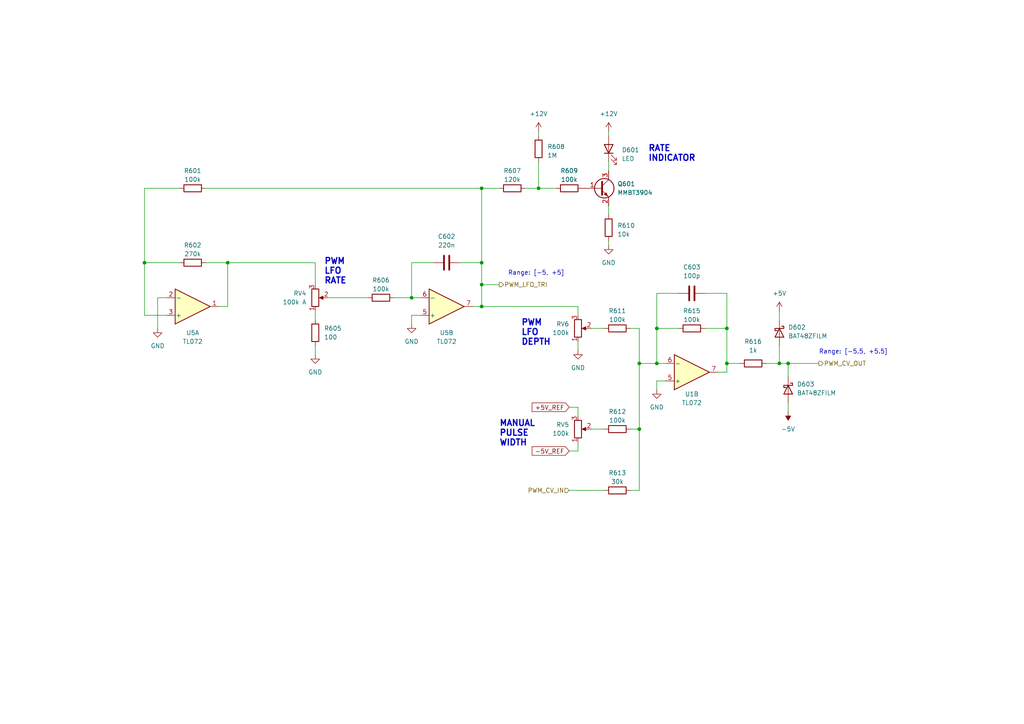
<source format=kicad_sch>
(kicad_sch (version 20230121) (generator eeschema)
  (paper "A4")
  (title_block (title "MICRO-OX Main VCO board") (date "2023-04-12") (rev "0") (comment 2 "creativecommons.org/licenses/by/4.0") (comment 3 "license: CC by 4.0") (comment 4 "Author: Jordan Aceto"))
  (lib_symbols
    (symbol "Amplifier_Operational:TL072" (pin_names (offset 0.127))
      (property "Reference" "U" (at 0 5.08 0))
      (property "Value" "TL072" (at 0 -5.08 0))
      (symbol "TL072_1_1"
        (polyline (pts (xy -5.08 5.08) (xy 5.08 0) (xy -5.08 -5.08) (xy -5.08 5.08)) (stroke (width 0.254)) (fill (type background)))
        (pin output line (at 7.62 0 180) (length 2.54) (name "~") (number "1"))
        (pin input line (at -7.62 -2.54 0) (length 2.54) (name "-") (number "2"))
        (pin input line (at -7.62 2.54 0) (length 2.54) (name "+") (number "3"))
      )
      (symbol "TL072_2_1"
        (polyline (pts (xy -5.08 5.08) (xy 5.08 0) (xy -5.08 -5.08) (xy -5.08 5.08)) (stroke (width 0.254)) (fill (type background)))
        (pin input line (at -7.62 2.54 0) (length 2.54) (name "+") (number "5"))
        (pin input line (at -7.62 -2.54 0) (length 2.54) (name "-") (number "6"))
        (pin output line (at 7.62 0 180) (length 2.54) (name "~") (number "7"))
      )
      (symbol "TL072_3_1"
        (pin power_in line (at -2.54 -7.62 90) (length 3.81) (name "V-") (number "4"))
        (pin power_in line (at -2.54 7.62 270) (length 3.81) (name "V+") (number "8"))
      )
    )
    (symbol "Device:C" (pin_numbers hide) (pin_names (offset 0.254))
      (property "Reference" "C" (at 0.635 2.54 0))
      (property "Value" "C" (at 0.635 -2.54 0))
      (symbol "C_0_1"
        (polyline (pts (xy -2.032 -0.762) (xy 2.032 -0.762)) (stroke (width 0.508)))
        (polyline (pts (xy -2.032 0.762) (xy 2.032 0.762)) (stroke (width 0.508)))
      )
      (symbol "C_1_1"
        (pin passive line (at 0 3.81 270) (length 2.794) (name "~") (number "1"))
        (pin passive line (at 0 -3.81 90) (length 2.794) (name "~") (number "2"))
      )
    )
    (symbol "Device:D_Schottky" (pin_numbers hide) (pin_names (offset 1.016) hide)
      (property "Reference" "D" (at 0 2.54 0))
      (property "Value" "D_Schottky" (at 0 -2.54 0))
      (symbol "D_Schottky_0_1"
        (polyline (pts (xy 1.27 0) (xy -1.27 0)))
        (polyline (pts (xy 1.27 1.27) (xy 1.27 -1.27) (xy -1.27 0) (xy 1.27 1.27)) (stroke (width 0.254)))
        (polyline (pts (xy -1.905 0.635) (xy -1.905 1.27) (xy -1.27 1.27) (xy -1.27 -1.27) (xy -0.635 -1.27) (xy -0.635 -0.635)) (stroke (width 0.254)))
      )
      (symbol "D_Schottky_1_1"
        (pin passive line (at -3.81 0 0) (length 2.54) (name "K") (number "1"))
        (pin passive line (at 3.81 0 180) (length 2.54) (name "A") (number "2"))
      )
    )
    (symbol "Device:LED" (pin_numbers hide) (pin_names (offset 1.016) hide)
      (property "Reference" "D" (at 0 2.54 0))
      (property "Value" "LED" (at 0 -2.54 0))
      (symbol "LED_0_1"
        (polyline (pts (xy -1.27 -1.27) (xy -1.27 1.27)) (stroke (width 0.254)))
        (polyline (pts (xy -1.27 0) (xy 1.27 0)))
        (polyline (pts (xy 1.27 -1.27) (xy 1.27 1.27) (xy -1.27 0) (xy 1.27 -1.27)) (stroke (width 0.254)))
        (polyline (pts (xy -3.048 -0.762) (xy -4.572 -2.286) (xy -3.81 -2.286) (xy -4.572 -2.286) (xy -4.572 -1.524)))
        (polyline (pts (xy -1.778 -0.762) (xy -3.302 -2.286) (xy -2.54 -2.286) (xy -3.302 -2.286) (xy -3.302 -1.524)))
      )
      (symbol "LED_1_1"
        (pin passive line (at -3.81 0 0) (length 2.54) (name "K") (number "1"))
        (pin passive line (at 3.81 0 180) (length 2.54) (name "A") (number "2"))
      )
    )
    (symbol "Device:R" (pin_numbers hide) (pin_names (offset 0))
      (property "Reference" "R" (at 2.032 0 90))
      (property "Value" "R" (at 0 0 90))
      (symbol "R_0_1"
        (rectangle (start -1.016 -2.54) (end 1.016 2.54) (stroke (width 0.254)))
      )
      (symbol "R_1_1"
        (pin passive line (at 0 3.81 270) (length 1.27) (name "~") (number "1"))
        (pin passive line (at 0 -3.81 90) (length 1.27) (name "~") (number "2"))
      )
    )
    (symbol "Device:R_Potentiometer" (pin_names (offset 1.016) hide)
      (property "Reference" "RV" (at -4.445 0 90))
      (property "Value" "R_Potentiometer" (at -2.54 0 90))
      (symbol "R_Potentiometer_0_1"
        (polyline (pts (xy 2.54 0) (xy 1.524 0)))
        (polyline (pts (xy 1.143 0) (xy 2.286 0.508) (xy 2.286 -0.508) (xy 1.143 0)) (fill (type outline)))
        (rectangle (start 1.016 2.54) (end -1.016 -2.54) (stroke (width 0.254)))
      )
      (symbol "R_Potentiometer_1_1"
        (pin passive line (at 0 3.81 270) (length 1.27) (name "1") (number "1"))
        (pin passive line (at 3.81 0 180) (length 1.27) (name "2") (number "2"))
        (pin passive line (at 0 -3.81 90) (length 1.27) (name "3") (number "3"))
      )
    )
    (symbol "Transistor_BJT:MMBT3904" (pin_names (offset 0) hide)
      (property "Reference" "Q" (at 5.08 1.905 0))
      (property "Value" "MMBT3904" (at 5.08 0 0))
      (symbol "MMBT3904_0_1"
        (polyline (pts (xy 0.635 0.635) (xy 2.54 2.54)))
        (polyline (pts (xy 0.635 -0.635) (xy 2.54 -2.54) (xy 2.54 -2.54)))
        (polyline (pts (xy 0.635 1.905) (xy 0.635 -1.905) (xy 0.635 -1.905)) (stroke (width 0.508)))
        (polyline (pts (xy 1.27 -1.778) (xy 1.778 -1.27) (xy 2.286 -2.286) (xy 1.27 -1.778) (xy 1.27 -1.778)) (fill (type outline)))
        (circle (center 1.27 0) (radius 2.8194) (stroke (width 0.254)))
      )
      (symbol "MMBT3904_1_1"
        (pin input line (at -5.08 0 0) (length 5.715) (name "B") (number "1"))
        (pin passive line (at 2.54 -5.08 90) (length 2.54) (name "E") (number "2"))
        (pin passive line (at 2.54 5.08 270) (length 2.54) (name "C") (number "3"))
      )
    )
    (symbol "power:+12V" (power) (pin_names (offset 0))
      (property "Value" "+12V" (at 0 3.556 0))
      (symbol "+12V_0_1"
        (polyline (pts (xy -0.762 1.27) (xy 0 2.54)))
        (polyline (pts (xy 0 0) (xy 0 2.54)))
        (polyline (pts (xy 0 2.54) (xy 0.762 1.27)))
      )
      (symbol "+12V_1_1"
        (pin power_in line (at 0 0 90) (length 0) hide (name "+12V") (number "1"))
      )
    )
    (symbol "power:+5V" (power) (pin_names (offset 0))
      (property "Value" "+5V" (at 0 3.556 0))
      (symbol "+5V_0_1"
        (polyline (pts (xy -0.762 1.27) (xy 0 2.54)))
        (polyline (pts (xy 0 0) (xy 0 2.54)))
        (polyline (pts (xy 0 2.54) (xy 0.762 1.27)))
      )
      (symbol "+5V_1_1"
        (pin power_in line (at 0 0 90) (length 0) hide (name "+5V") (number "1"))
      )
    )
    (symbol "power:-5V" (power) (pin_names (offset 0))
      (property "Value" "-5V" (at 0 3.81 0))
      (symbol "-5V_0_0"
        (pin power_in line (at 0 0 90) (length 0) hide (name "-5V") (number "1"))
      )
      (symbol "-5V_0_1"
        (polyline (pts (xy 0 0) (xy 0 1.27) (xy 0.762 1.27) (xy 0 2.54) (xy -0.762 1.27) (xy 0 1.27)) (fill (type outline)))
      )
    )
    (symbol "power:GND" (power) (pin_names (offset 0))
      (property "Value" "GND" (at 0 -3.81 0))
      (symbol "GND_0_1"
        (polyline (pts (xy 0 0) (xy 0 -1.27) (xy 1.27 -1.27) (xy 0 -2.54) (xy -1.27 -1.27) (xy 0 -1.27)))
      )
      (symbol "GND_1_1"
        (pin power_in line (at 0 0 270) (length 0) hide (name "GND") (number "1"))
      )
    )
  )
  (junction (at 139.7 54.61))
  (junction (at 228.6 105.41))
  (junction (at 139.7 76.2))
  (junction (at 156.21 54.61))
  (junction (at 190.5 95.25))
  (junction (at 226.06 105.41))
  (junction (at 210.82 95.25))
  (junction (at 210.82 105.41))
  (junction (at 41.91 76.2))
  (junction (at 119.38 86.36))
  (junction (at 190.5 105.41))
  (junction (at 185.42 105.41))
  (junction (at 139.7 82.55))
  (junction (at 139.7 88.9))
  (junction (at 66.04 76.2))
  (junction (at 185.42 124.46))
  (wire (pts (xy 196.85 85.09) (xy 190.5 85.09)))
  (wire (pts (xy 139.7 88.9) (xy 167.64 88.9)))
  (wire (pts (xy 139.7 54.61) (xy 144.78 54.61)))
  (wire (pts (xy 167.64 130.81) (xy 167.64 128.27)))
  (wire (pts (xy 119.38 86.36) (xy 119.38 76.2)))
  (wire (pts (xy 210.82 105.41) (xy 210.82 107.95)))
  (wire (pts (xy 210.82 105.41) (xy 214.63 105.41)))
  (wire (pts (xy 45.72 86.36) (xy 45.72 95.25)))
  (wire (pts (xy 63.5 88.9) (xy 66.04 88.9)))
  (wire (pts (xy 165.1 142.24) (xy 175.26 142.24)))
  (wire (pts (xy 152.4 54.61) (xy 156.21 54.61)))
  (wire (pts (xy 66.04 76.2) (xy 59.69 76.2)))
  (wire (pts (xy 156.21 38.1) (xy 156.21 39.37)))
  (wire (pts (xy 182.88 142.24) (xy 185.42 142.24)))
  (wire (pts (xy 95.25 86.36) (xy 106.68 86.36)))
  (wire (pts (xy 119.38 93.98) (xy 119.38 91.44)))
  (wire (pts (xy 167.64 101.6) (xy 167.64 99.06)))
  (wire (pts (xy 167.64 118.11) (xy 167.64 120.65)))
  (wire (pts (xy 139.7 76.2) (xy 133.35 76.2)))
  (wire (pts (xy 190.5 113.03) (xy 190.5 110.49)))
  (wire (pts (xy 139.7 76.2) (xy 139.7 82.55)))
  (wire (pts (xy 45.72 86.36) (xy 48.26 86.36)))
  (wire (pts (xy 176.53 59.69) (xy 176.53 62.23)))
  (wire (pts (xy 185.42 105.41) (xy 185.42 95.25)))
  (wire (pts (xy 91.44 76.2) (xy 91.44 82.55)))
  (wire (pts (xy 139.7 54.61) (xy 59.69 54.61)))
  (wire (pts (xy 171.45 124.46) (xy 175.26 124.46)))
  (wire (pts (xy 210.82 95.25) (xy 204.47 95.25)))
  (wire (pts (xy 228.6 105.41) (xy 228.6 109.22)))
  (wire (pts (xy 119.38 76.2) (xy 125.73 76.2)))
  (wire (pts (xy 185.42 105.41) (xy 190.5 105.41)))
  (wire (pts (xy 228.6 105.41) (xy 237.49 105.41)))
  (wire (pts (xy 208.28 107.95) (xy 210.82 107.95)))
  (wire (pts (xy 41.91 54.61) (xy 41.91 76.2)))
  (wire (pts (xy 185.42 105.41) (xy 185.42 124.46)))
  (wire (pts (xy 190.5 105.41) (xy 190.5 95.25)))
  (wire (pts (xy 137.16 88.9) (xy 139.7 88.9)))
  (wire (pts (xy 176.53 71.12) (xy 176.53 69.85)))
  (wire (pts (xy 171.45 95.25) (xy 175.26 95.25)))
  (wire (pts (xy 176.53 38.1) (xy 176.53 39.37)))
  (wire (pts (xy 139.7 82.55) (xy 144.78 82.55)))
  (wire (pts (xy 41.91 91.44) (xy 48.26 91.44)))
  (wire (pts (xy 91.44 90.17) (xy 91.44 92.71)))
  (wire (pts (xy 190.5 85.09) (xy 190.5 95.25)))
  (wire (pts (xy 182.88 124.46) (xy 185.42 124.46)))
  (wire (pts (xy 156.21 54.61) (xy 161.29 54.61)))
  (wire (pts (xy 41.91 76.2) (xy 41.91 91.44)))
  (wire (pts (xy 204.47 85.09) (xy 210.82 85.09)))
  (wire (pts (xy 185.42 142.24) (xy 185.42 124.46)))
  (wire (pts (xy 139.7 82.55) (xy 139.7 88.9)))
  (wire (pts (xy 210.82 85.09) (xy 210.82 95.25)))
  (wire (pts (xy 226.06 90.17) (xy 226.06 92.71)))
  (wire (pts (xy 91.44 102.87) (xy 91.44 100.33)))
  (wire (pts (xy 156.21 46.99) (xy 156.21 54.61)))
  (wire (pts (xy 41.91 76.2) (xy 52.07 76.2)))
  (wire (pts (xy 190.5 110.49) (xy 193.04 110.49)))
  (wire (pts (xy 182.88 95.25) (xy 185.42 95.25)))
  (wire (pts (xy 167.64 88.9) (xy 167.64 91.44)))
  (wire (pts (xy 226.06 105.41) (xy 222.25 105.41)))
  (wire (pts (xy 210.82 95.25) (xy 210.82 105.41)))
  (wire (pts (xy 226.06 100.33) (xy 226.06 105.41)))
  (wire (pts (xy 176.53 46.99) (xy 176.53 49.53)))
  (wire (pts (xy 190.5 95.25) (xy 196.85 95.25)))
  (wire (pts (xy 190.5 105.41) (xy 193.04 105.41)))
  (wire (pts (xy 119.38 91.44) (xy 121.92 91.44)))
  (wire (pts (xy 91.44 76.2) (xy 66.04 76.2)))
  (wire (pts (xy 121.92 86.36) (xy 119.38 86.36)))
  (wire (pts (xy 139.7 54.61) (xy 139.7 76.2)))
  (wire (pts (xy 228.6 116.84) (xy 228.6 119.38)))
  (wire (pts (xy 165.1 130.81) (xy 167.64 130.81)))
  (wire (pts (xy 52.07 54.61) (xy 41.91 54.61)))
  (wire (pts (xy 114.3 86.36) (xy 119.38 86.36)))
  (wire (pts (xy 226.06 105.41) (xy 228.6 105.41)))
  (wire (pts (xy 165.1 118.11) (xy 167.64 118.11)))
  (wire (pts (xy 66.04 76.2) (xy 66.04 88.9)))
  (text "PWM\nLFO\nDEPTH" (at 151.13 100.33 0) (effects (font (size 1.75 1.75) (thickness 0.35) bold) (justify left bottom)))
  (text "Range: [-5, +5]" (at 147.32 80.01 0) (effects (font (size 1.27 1.27)) (justify left bottom)))
  (text "Range: [-5.5, +5.5]" (at 237.49 102.87 0) (effects (font (size 1.27 1.27)) (justify left bottom)))
  (text "MANUAL\nPULSE\nWIDTH" (at 144.78 129.54 0) (effects (font (size 1.75 1.75) (thickness 0.35) bold) (justify left bottom)))
  (text "PWM\nLFO\nRATE" (at 93.98 82.55 0) (effects (font (size 1.75 1.75) (thickness 0.35) bold) (justify left bottom)))
  (text "RATE\nINDICATOR" (at 187.96 46.99 0) (effects (font (size 1.75 1.75) (thickness 0.35) bold) (justify left bottom)))
  (global_label "-5V_REF" (shape input) (at 165.1 130.81 180) (property "Intersheetrefs" "${INTERSHEET_REFS}" (effects hide)))
  (global_label "+5V_REF" (shape input) (at 165.1 118.11 180) (property "Intersheetrefs" "${INTERSHEET_REFS}" (effects hide)))
  (hierarchical_label "PWM_CV_IN" (shape input) (at 165.1 142.24 180))
  (hierarchical_label "PWM_CV_OUT" (shape output) (at 237.49 105.41 0))
  (hierarchical_label "PWM_LFO_TRI" (shape output) (at 144.78 82.55 0))
  (symbol (lib_id "Device:R") (at 200.66 95.25 90) (unit 1)
    (property "Reference" "R615" (at 200.66 90.17 90))
    (property "Value" "100k" (at 200.66 92.71 90))
    (property "Footprint" "Resistor_SMD:R_0603_1608Metric" (effects hide))
  )
  (symbol (lib_id "Device:R") (at 218.44 105.41 90) (unit 1)
    (property "Reference" "R616" (at 218.44 99.06 90))
    (property "Value" "1k" (at 218.44 101.6 90))
    (property "Footprint" "Resistor_SMD:R_0603_1608Metric" (effects hide))
  )
  (symbol (lib_id "power:+12V") (at 156.21 38.1 0) (unit 1)
    (property "Reference" "#PWR0605" (effects hide))
    (property "Value" "+12V" (at 156.21 33.02 0))
  )
  (symbol (lib_id "power:+12V") (at 176.53 38.1 0) (unit 1)
    (property "Reference" "#PWR0608" (effects hide))
    (property "Value" "+12V" (at 176.53 33.02 0))
  )
  (symbol (lib_id "Device:R_Potentiometer") (at 167.64 95.25 0) (mirror x) (unit 1)
    (property "Reference" "RV6" (at 165.1 93.98 0) (effects (justify right)))
    (property "Value" "100k" (at 165.1 96.52 0) (effects (justify right)))
    (property "Footprint" "Potentiometer_THT:Potentiometer_Alpha_RD901F-40-00D_Single_Vertical" (effects hide))
  )
  (symbol (lib_id "Device:R") (at 148.59 54.61 90) (unit 1)
    (property "Reference" "R607" (at 148.59 49.53 90))
    (property "Value" "120k" (at 148.59 52.07 90))
    (property "Footprint" "Resistor_SMD:R_0603_1608Metric" (effects hide))
  )
  (symbol (lib_id "Device:R") (at 156.21 43.18 0) (unit 1)
    (property "Reference" "R608" (at 158.75 42.545 0) (effects (justify left)))
    (property "Value" "1M" (at 158.75 45.085 0) (effects (justify left)))
    (property "Footprint" "Resistor_SMD:R_0603_1608Metric" (effects hide))
  )
  (symbol (lib_id "Device:R") (at 55.88 76.2 90) (unit 1)
    (property "Reference" "R602" (at 55.88 71.12 90))
    (property "Value" "270k" (at 55.88 73.66 90))
    (property "Footprint" "Resistor_SMD:R_0603_1608Metric" (effects hide))
  )
  (symbol (lib_id "power:-5V") (at 228.6 119.38 180) (unit 1)
    (property "Reference" "#PWR0612" (effects hide))
    (property "Value" "-5V" (at 228.6 124.46 0))
  )
  (symbol (lib_id "Device:R") (at 165.1 54.61 90) (unit 1)
    (property "Reference" "R609" (at 165.1 49.53 90))
    (property "Value" "100k" (at 165.1 52.07 90))
    (property "Footprint" "Resistor_SMD:R_0603_1608Metric" (effects hide))
  )
  (symbol (lib_id "Amplifier_Operational:TL072") (at 200.66 107.95 0) (mirror x) (unit 2)
    (property "Reference" "U1" (at 200.66 114.3 0))
    (property "Value" "TL072" (at 200.66 116.84 0))
    (property "Footprint" "Package_SO:SOIC-8_3.9x4.9mm_P1.27mm" (effects hide))
    (property "Datasheet" "http://www.ti.com/lit/ds/symlink/tl071.pdf" (effects hide))
  )
  (symbol (lib_id "power:GND") (at 167.64 101.6 0) (unit 1)
    (property "Reference" "#PWR0606" (effects hide))
    (property "Value" "GND" (at 167.64 106.68 0))
  )
  (symbol (lib_id "Device:R") (at 176.53 66.04 0) (unit 1)
    (property "Reference" "R610" (at 179.07 65.405 0) (effects (justify left)))
    (property "Value" "10k" (at 179.07 67.945 0) (effects (justify left)))
    (property "Footprint" "Resistor_SMD:R_0603_1608Metric" (effects hide))
  )
  (symbol (lib_id "Transistor_BJT:MMBT3904") (at 173.99 54.61 0) (unit 1)
    (property "Reference" "Q601" (at 179.07 53.34 0) (effects (justify left)))
    (property "Value" "MMBT3904" (at 179.07 55.88 0) (effects (justify left)))
    (property "Footprint" "Package_TO_SOT_SMD:SOT-23" (effects hide))
    (property "Datasheet" "https://www.onsemi.com/pub/Collateral/2N3903-D.PDF" (effects hide))
  )
  (symbol (lib_id "Device:R_Potentiometer") (at 91.44 86.36 0) (mirror x) (unit 1)
    (property "Reference" "RV4" (at 88.9 85.09 0) (effects (justify right)))
    (property "Value" "100k A" (at 88.9 87.63 0) (effects (justify right)))
    (property "Footprint" "Potentiometer_THT:Potentiometer_Alpha_RD901F-40-00D_Single_Vertical" (effects hide))
  )
  (symbol (lib_id "Device:R_Potentiometer") (at 167.64 124.46 0) (mirror x) (unit 1)
    (property "Reference" "RV5" (at 165.1 123.19 0) (effects (justify right)))
    (property "Value" "100k" (at 165.1 125.73 0) (effects (justify right)))
    (property "Footprint" "Potentiometer_THT:Potentiometer_Alpha_RD901F-40-00D_Single_Vertical" (effects hide))
  )
  (symbol (lib_id "Device:R") (at 110.49 86.36 90) (unit 1)
    (property "Reference" "R606" (at 110.49 81.28 90))
    (property "Value" "100k" (at 110.49 83.82 90))
    (property "Footprint" "Resistor_SMD:R_0603_1608Metric" (effects hide))
  )
  (symbol (lib_id "Amplifier_Operational:TL072") (at 55.88 88.9 0) (mirror x) (unit 1)
    (property "Reference" "U5" (at 55.88 96.52 0))
    (property "Value" "TL072" (at 55.88 99.06 0))
    (property "Footprint" "Package_SO:SOIC-8_3.9x4.9mm_P1.27mm" (effects hide))
    (property "Datasheet" "http://www.ti.com/lit/ds/symlink/tl071.pdf" (effects hide))
  )
  (symbol (lib_id "Device:R") (at 179.07 95.25 90) (unit 1)
    (property "Reference" "R611" (at 179.07 90.17 90))
    (property "Value" "100k" (at 179.07 92.71 90))
    (property "Footprint" "Resistor_SMD:R_0603_1608Metric" (effects hide))
  )
  (symbol (lib_id "power:GND") (at 190.5 113.03 0) (unit 1)
    (property "Reference" "#PWR0610" (effects hide))
    (property "Value" "GND" (at 190.5 118.11 0))
  )
  (symbol (lib_id "Device:R") (at 91.44 96.52 0) (unit 1)
    (property "Reference" "R605" (at 93.98 95.2499 0) (effects (justify left)))
    (property "Value" "100" (at 93.98 97.7899 0) (effects (justify left)))
    (property "Footprint" "Resistor_SMD:R_0603_1608Metric" (effects hide))
  )
  (symbol (lib_id "Device:C") (at 129.54 76.2 90) (unit 1)
    (property "Reference" "C602" (at 129.54 68.58 90))
    (property "Value" "220n" (at 129.54 71.12 90))
    (property "Footprint" "Capacitor_THT:C_Rect_L7.0mm_W2.5mm_P5.00mm" (effects hide))
  )
  (symbol (lib_id "Device:R") (at 179.07 124.46 90) (unit 1)
    (property "Reference" "R612" (at 179.07 119.38 90))
    (property "Value" "100k" (at 179.07 121.92 90))
    (property "Footprint" "Resistor_SMD:R_0603_1608Metric" (effects hide))
  )
  (symbol (lib_id "Device:D_Schottky") (at 226.06 96.52 270) (unit 1)
    (property "Reference" "D602" (at 228.6 94.9324 90) (effects (justify left)))
    (property "Value" "BAT48ZFILM" (at 228.6 97.4724 90) (effects (justify left)))
    (property "Footprint" "Diode_SMD:D_SOD-123" (effects hide))
  )
  (symbol (lib_id "Device:LED") (at 176.53 43.18 90) (unit 1)
    (property "Reference" "D601" (at 180.34 43.4975 90) (effects (justify right)))
    (property "Value" "LED" (at 180.34 46.0375 90) (effects (justify right)))
    (property "Footprint" "LED_THT:LED_D3.0mm" (effects hide))
  )
  (symbol (lib_id "power:GND") (at 91.44 102.87 0) (unit 1)
    (property "Reference" "#PWR0603" (effects hide))
    (property "Value" "~" (at 91.44 107.95 0))
  )
  (symbol (lib_id "Amplifier_Operational:TL072") (at 129.54 88.9 0) (mirror x) (unit 2)
    (property "Reference" "U5" (at 129.54 96.52 0))
    (property "Value" "TL072" (at 129.54 99.06 0))
    (property "Footprint" "Package_SO:SOIC-8_3.9x4.9mm_P1.27mm" (effects hide))
    (property "Datasheet" "http://www.ti.com/lit/ds/symlink/tl071.pdf" (effects hide))
  )
  (symbol (lib_id "Device:R") (at 179.07 142.24 90) (unit 1)
    (property "Reference" "R613" (at 179.07 137.16 90))
    (property "Value" "30k" (at 179.07 139.7 90))
    (property "Footprint" "Resistor_SMD:R_0603_1608Metric" (effects hide))
  )
  (symbol (lib_id "power:+5V") (at 226.06 90.17 0) (unit 1)
    (property "Reference" "#PWR0611" (effects hide))
    (property "Value" "+5V" (at 226.06 85.09 0))
  )
  (symbol (lib_id "Device:R") (at 55.88 54.61 90) (unit 1)
    (property "Reference" "R601" (at 55.88 49.53 90))
    (property "Value" "100k" (at 55.88 52.07 90))
    (property "Footprint" "Resistor_SMD:R_0603_1608Metric" (effects hide))
  )
  (symbol (lib_id "power:GND") (at 176.53 71.12 0) (unit 1)
    (property "Reference" "#PWR0609" (effects hide))
    (property "Value" "~" (at 176.53 76.2 0))
  )
  (symbol (lib_id "Device:C") (at 200.66 85.09 90) (unit 1)
    (property "Reference" "C603" (at 200.66 77.47 90))
    (property "Value" "100p" (at 200.66 80.01 90))
    (property "Footprint" "Capacitor_SMD:C_0603_1608Metric" (effects hide))
  )
  (symbol (lib_id "Device:D_Schottky") (at 228.6 113.03 270) (unit 1)
    (property "Reference" "D603" (at 231.14 111.4424 90) (effects (justify left)))
    (property "Value" "BAT48ZFILM" (at 231.14 113.9824 90) (effects (justify left)))
    (property "Footprint" "Diode_SMD:D_SOD-123" (effects hide))
  )
  (symbol (lib_id "power:GND") (at 45.72 95.25 0) (unit 1)
    (property "Reference" "#PWR0601" (effects hide))
    (property "Value" "~" (at 45.72 100.33 0))
  )
  (symbol (lib_id "power:GND") (at 119.38 93.98 0) (unit 1)
    (property "Reference" "#PWR0604" (effects hide))
    (property "Value" "~" (at 119.38 99.06 0))
  )
)
</source>
